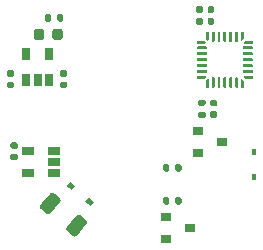
<source format=gtp>
%TF.GenerationSoftware,KiCad,Pcbnew,(5.1.8)-1*%
%TF.CreationDate,2021-07-18T18:57:16+02:00*%
%TF.ProjectId,PX12_Board,50583132-5f42-46f6-9172-642e6b696361,V1.0*%
%TF.SameCoordinates,Original*%
%TF.FileFunction,Paste,Top*%
%TF.FilePolarity,Positive*%
%FSLAX46Y46*%
G04 Gerber Fmt 4.6, Leading zero omitted, Abs format (unit mm)*
G04 Created by KiCad (PCBNEW (5.1.8)-1) date 2021-07-18 18:57:16*
%MOMM*%
%LPD*%
G01*
G04 APERTURE LIST*
%ADD10R,0.650000X1.060000*%
%ADD11R,0.900000X0.800000*%
%ADD12R,1.060000X0.650000*%
%ADD13C,0.100000*%
%ADD14R,0.450000X0.600000*%
G04 APERTURE END LIST*
D10*
%TO.C,U1*%
X165450000Y-94800000D03*
X167350000Y-94800000D03*
X167350000Y-97000000D03*
X166400000Y-97000000D03*
X165450000Y-97000000D03*
%TD*%
%TO.C,D3*%
G36*
G01*
X166075000Y-93356250D02*
X166075000Y-92843750D01*
G75*
G02*
X166293750Y-92625000I218750J0D01*
G01*
X166731250Y-92625000D01*
G75*
G02*
X166950000Y-92843750I0J-218750D01*
G01*
X166950000Y-93356250D01*
G75*
G02*
X166731250Y-93575000I-218750J0D01*
G01*
X166293750Y-93575000D01*
G75*
G02*
X166075000Y-93356250I0J218750D01*
G01*
G37*
G36*
G01*
X167650000Y-93356250D02*
X167650000Y-92843750D01*
G75*
G02*
X167868750Y-92625000I218750J0D01*
G01*
X168306250Y-92625000D01*
G75*
G02*
X168525000Y-92843750I0J-218750D01*
G01*
X168525000Y-93356250D01*
G75*
G02*
X168306250Y-93575000I-218750J0D01*
G01*
X167868750Y-93575000D01*
G75*
G02*
X167650000Y-93356250I0J218750D01*
G01*
G37*
%TD*%
D11*
%TO.C,Q1*%
X182000000Y-102200000D03*
X180000000Y-103150000D03*
X180000000Y-101250000D03*
%TD*%
%TO.C,Q2*%
X177300000Y-108550000D03*
X177300000Y-110450000D03*
X179300000Y-109500000D03*
%TD*%
%TO.C,R2*%
G36*
G01*
X170532644Y-109182788D02*
X169729156Y-110140348D01*
G75*
G02*
X169376952Y-110171162I-191509J160695D01*
G01*
X168898170Y-109769416D01*
G75*
G02*
X168867356Y-109417212I160695J191509D01*
G01*
X169670844Y-108459652D01*
G75*
G02*
X170023048Y-108428838I191509J-160695D01*
G01*
X170501830Y-108830584D01*
G75*
G02*
X170532644Y-109182788I-160695J-191509D01*
G01*
G37*
G36*
G01*
X168291964Y-107302634D02*
X167488476Y-108260194D01*
G75*
G02*
X167136272Y-108291008I-191509J160695D01*
G01*
X166657490Y-107889262D01*
G75*
G02*
X166626676Y-107537058I160695J191509D01*
G01*
X167430164Y-106579498D01*
G75*
G02*
X167782368Y-106548684I191509J-160695D01*
G01*
X168261150Y-106950430D01*
G75*
G02*
X168291964Y-107302634I-160695J-191509D01*
G01*
G37*
%TD*%
D12*
%TO.C,U2*%
X167800000Y-104850000D03*
X167800000Y-103900000D03*
X167800000Y-102950000D03*
X165600000Y-102950000D03*
X165600000Y-104850000D03*
%TD*%
D13*
%TO.C,U3*%
G36*
X180625865Y-97039861D02*
G01*
X180628425Y-97031419D01*
X180632584Y-97023639D01*
X180638180Y-97016820D01*
X180771820Y-96883180D01*
X180778639Y-96877584D01*
X180786419Y-96873425D01*
X180794861Y-96870865D01*
X180803640Y-96870000D01*
X180830000Y-96870000D01*
X180838779Y-96870865D01*
X180847221Y-96873425D01*
X180855001Y-96877584D01*
X180861820Y-96883180D01*
X180867416Y-96889999D01*
X180871575Y-96897779D01*
X180874135Y-96906221D01*
X180875000Y-96915000D01*
X180875000Y-97580000D01*
X180874135Y-97588779D01*
X180871575Y-97597221D01*
X180867416Y-97605001D01*
X180861820Y-97611820D01*
X180855001Y-97617416D01*
X180847221Y-97621575D01*
X180838779Y-97624135D01*
X180830000Y-97625000D01*
X180670000Y-97625000D01*
X180661221Y-97624135D01*
X180652779Y-97621575D01*
X180644999Y-97617416D01*
X180638180Y-97611820D01*
X180632584Y-97605001D01*
X180628425Y-97597221D01*
X180625865Y-97588779D01*
X180625000Y-97580000D01*
X180625000Y-97048640D01*
X180625865Y-97039861D01*
G37*
G36*
G01*
X181312500Y-97625000D02*
X181187500Y-97625000D01*
G75*
G02*
X181125000Y-97562500I0J62500D01*
G01*
X181125000Y-96812500D01*
G75*
G02*
X181187500Y-96750000I62500J0D01*
G01*
X181312500Y-96750000D01*
G75*
G02*
X181375000Y-96812500I0J-62500D01*
G01*
X181375000Y-97562500D01*
G75*
G02*
X181312500Y-97625000I-62500J0D01*
G01*
G37*
G36*
G01*
X181812500Y-97625000D02*
X181687500Y-97625000D01*
G75*
G02*
X181625000Y-97562500I0J62500D01*
G01*
X181625000Y-96812500D01*
G75*
G02*
X181687500Y-96750000I62500J0D01*
G01*
X181812500Y-96750000D01*
G75*
G02*
X181875000Y-96812500I0J-62500D01*
G01*
X181875000Y-97562500D01*
G75*
G02*
X181812500Y-97625000I-62500J0D01*
G01*
G37*
G36*
G01*
X182312500Y-97625000D02*
X182187500Y-97625000D01*
G75*
G02*
X182125000Y-97562500I0J62500D01*
G01*
X182125000Y-96812500D01*
G75*
G02*
X182187500Y-96750000I62500J0D01*
G01*
X182312500Y-96750000D01*
G75*
G02*
X182375000Y-96812500I0J-62500D01*
G01*
X182375000Y-97562500D01*
G75*
G02*
X182312500Y-97625000I-62500J0D01*
G01*
G37*
G36*
G01*
X182812500Y-97625000D02*
X182687500Y-97625000D01*
G75*
G02*
X182625000Y-97562500I0J62500D01*
G01*
X182625000Y-96812500D01*
G75*
G02*
X182687500Y-96750000I62500J0D01*
G01*
X182812500Y-96750000D01*
G75*
G02*
X182875000Y-96812500I0J-62500D01*
G01*
X182875000Y-97562500D01*
G75*
G02*
X182812500Y-97625000I-62500J0D01*
G01*
G37*
G36*
G01*
X183312500Y-97625000D02*
X183187500Y-97625000D01*
G75*
G02*
X183125000Y-97562500I0J62500D01*
G01*
X183125000Y-96812500D01*
G75*
G02*
X183187500Y-96750000I62500J0D01*
G01*
X183312500Y-96750000D01*
G75*
G02*
X183375000Y-96812500I0J-62500D01*
G01*
X183375000Y-97562500D01*
G75*
G02*
X183312500Y-97625000I-62500J0D01*
G01*
G37*
G36*
X183625865Y-96906221D02*
G01*
X183628425Y-96897779D01*
X183632584Y-96889999D01*
X183638180Y-96883180D01*
X183644999Y-96877584D01*
X183652779Y-96873425D01*
X183661221Y-96870865D01*
X183670000Y-96870000D01*
X183696360Y-96870000D01*
X183705139Y-96870865D01*
X183713581Y-96873425D01*
X183721361Y-96877584D01*
X183728180Y-96883180D01*
X183861820Y-97016820D01*
X183867416Y-97023639D01*
X183871575Y-97031419D01*
X183874135Y-97039861D01*
X183875000Y-97048640D01*
X183875000Y-97580000D01*
X183874135Y-97588779D01*
X183871575Y-97597221D01*
X183867416Y-97605001D01*
X183861820Y-97611820D01*
X183855001Y-97617416D01*
X183847221Y-97621575D01*
X183838779Y-97624135D01*
X183830000Y-97625000D01*
X183670000Y-97625000D01*
X183661221Y-97624135D01*
X183652779Y-97621575D01*
X183644999Y-97617416D01*
X183638180Y-97611820D01*
X183632584Y-97605001D01*
X183628425Y-97597221D01*
X183625865Y-97588779D01*
X183625000Y-97580000D01*
X183625000Y-96915000D01*
X183625865Y-96906221D01*
G37*
G36*
X183870865Y-96661221D02*
G01*
X183873425Y-96652779D01*
X183877584Y-96644999D01*
X183883180Y-96638180D01*
X183889999Y-96632584D01*
X183897779Y-96628425D01*
X183906221Y-96625865D01*
X183915000Y-96625000D01*
X184580000Y-96625000D01*
X184588779Y-96625865D01*
X184597221Y-96628425D01*
X184605001Y-96632584D01*
X184611820Y-96638180D01*
X184617416Y-96644999D01*
X184621575Y-96652779D01*
X184624135Y-96661221D01*
X184625000Y-96670000D01*
X184625000Y-96830000D01*
X184624135Y-96838779D01*
X184621575Y-96847221D01*
X184617416Y-96855001D01*
X184611820Y-96861820D01*
X184605001Y-96867416D01*
X184597221Y-96871575D01*
X184588779Y-96874135D01*
X184580000Y-96875000D01*
X184048640Y-96875000D01*
X184039861Y-96874135D01*
X184031419Y-96871575D01*
X184023639Y-96867416D01*
X184016820Y-96861820D01*
X183883180Y-96728180D01*
X183877584Y-96721361D01*
X183873425Y-96713581D01*
X183870865Y-96705139D01*
X183870000Y-96696360D01*
X183870000Y-96670000D01*
X183870865Y-96661221D01*
G37*
G36*
G01*
X184562500Y-96375000D02*
X183812500Y-96375000D01*
G75*
G02*
X183750000Y-96312500I0J62500D01*
G01*
X183750000Y-96187500D01*
G75*
G02*
X183812500Y-96125000I62500J0D01*
G01*
X184562500Y-96125000D01*
G75*
G02*
X184625000Y-96187500I0J-62500D01*
G01*
X184625000Y-96312500D01*
G75*
G02*
X184562500Y-96375000I-62500J0D01*
G01*
G37*
G36*
G01*
X184562500Y-95875000D02*
X183812500Y-95875000D01*
G75*
G02*
X183750000Y-95812500I0J62500D01*
G01*
X183750000Y-95687500D01*
G75*
G02*
X183812500Y-95625000I62500J0D01*
G01*
X184562500Y-95625000D01*
G75*
G02*
X184625000Y-95687500I0J-62500D01*
G01*
X184625000Y-95812500D01*
G75*
G02*
X184562500Y-95875000I-62500J0D01*
G01*
G37*
G36*
G01*
X184562500Y-95375000D02*
X183812500Y-95375000D01*
G75*
G02*
X183750000Y-95312500I0J62500D01*
G01*
X183750000Y-95187500D01*
G75*
G02*
X183812500Y-95125000I62500J0D01*
G01*
X184562500Y-95125000D01*
G75*
G02*
X184625000Y-95187500I0J-62500D01*
G01*
X184625000Y-95312500D01*
G75*
G02*
X184562500Y-95375000I-62500J0D01*
G01*
G37*
G36*
G01*
X184562500Y-94875000D02*
X183812500Y-94875000D01*
G75*
G02*
X183750000Y-94812500I0J62500D01*
G01*
X183750000Y-94687500D01*
G75*
G02*
X183812500Y-94625000I62500J0D01*
G01*
X184562500Y-94625000D01*
G75*
G02*
X184625000Y-94687500I0J-62500D01*
G01*
X184625000Y-94812500D01*
G75*
G02*
X184562500Y-94875000I-62500J0D01*
G01*
G37*
G36*
G01*
X184562500Y-94375000D02*
X183812500Y-94375000D01*
G75*
G02*
X183750000Y-94312500I0J62500D01*
G01*
X183750000Y-94187500D01*
G75*
G02*
X183812500Y-94125000I62500J0D01*
G01*
X184562500Y-94125000D01*
G75*
G02*
X184625000Y-94187500I0J-62500D01*
G01*
X184625000Y-94312500D01*
G75*
G02*
X184562500Y-94375000I-62500J0D01*
G01*
G37*
G36*
X183870865Y-93794861D02*
G01*
X183873425Y-93786419D01*
X183877584Y-93778639D01*
X183883180Y-93771820D01*
X184016820Y-93638180D01*
X184023639Y-93632584D01*
X184031419Y-93628425D01*
X184039861Y-93625865D01*
X184048640Y-93625000D01*
X184580000Y-93625000D01*
X184588779Y-93625865D01*
X184597221Y-93628425D01*
X184605001Y-93632584D01*
X184611820Y-93638180D01*
X184617416Y-93644999D01*
X184621575Y-93652779D01*
X184624135Y-93661221D01*
X184625000Y-93670000D01*
X184625000Y-93830000D01*
X184624135Y-93838779D01*
X184621575Y-93847221D01*
X184617416Y-93855001D01*
X184611820Y-93861820D01*
X184605001Y-93867416D01*
X184597221Y-93871575D01*
X184588779Y-93874135D01*
X184580000Y-93875000D01*
X183915000Y-93875000D01*
X183906221Y-93874135D01*
X183897779Y-93871575D01*
X183889999Y-93867416D01*
X183883180Y-93861820D01*
X183877584Y-93855001D01*
X183873425Y-93847221D01*
X183870865Y-93838779D01*
X183870000Y-93830000D01*
X183870000Y-93803640D01*
X183870865Y-93794861D01*
G37*
G36*
X183625865Y-92911221D02*
G01*
X183628425Y-92902779D01*
X183632584Y-92894999D01*
X183638180Y-92888180D01*
X183644999Y-92882584D01*
X183652779Y-92878425D01*
X183661221Y-92875865D01*
X183670000Y-92875000D01*
X183830000Y-92875000D01*
X183838779Y-92875865D01*
X183847221Y-92878425D01*
X183855001Y-92882584D01*
X183861820Y-92888180D01*
X183867416Y-92894999D01*
X183871575Y-92902779D01*
X183874135Y-92911221D01*
X183875000Y-92920000D01*
X183875000Y-93451360D01*
X183874135Y-93460139D01*
X183871575Y-93468581D01*
X183867416Y-93476361D01*
X183861820Y-93483180D01*
X183728180Y-93616820D01*
X183721361Y-93622416D01*
X183713581Y-93626575D01*
X183705139Y-93629135D01*
X183696360Y-93630000D01*
X183670000Y-93630000D01*
X183661221Y-93629135D01*
X183652779Y-93626575D01*
X183644999Y-93622416D01*
X183638180Y-93616820D01*
X183632584Y-93610001D01*
X183628425Y-93602221D01*
X183625865Y-93593779D01*
X183625000Y-93585000D01*
X183625000Y-92920000D01*
X183625865Y-92911221D01*
G37*
G36*
G01*
X183312500Y-93750000D02*
X183187500Y-93750000D01*
G75*
G02*
X183125000Y-93687500I0J62500D01*
G01*
X183125000Y-92937500D01*
G75*
G02*
X183187500Y-92875000I62500J0D01*
G01*
X183312500Y-92875000D01*
G75*
G02*
X183375000Y-92937500I0J-62500D01*
G01*
X183375000Y-93687500D01*
G75*
G02*
X183312500Y-93750000I-62500J0D01*
G01*
G37*
G36*
G01*
X182812500Y-93750000D02*
X182687500Y-93750000D01*
G75*
G02*
X182625000Y-93687500I0J62500D01*
G01*
X182625000Y-92937500D01*
G75*
G02*
X182687500Y-92875000I62500J0D01*
G01*
X182812500Y-92875000D01*
G75*
G02*
X182875000Y-92937500I0J-62500D01*
G01*
X182875000Y-93687500D01*
G75*
G02*
X182812500Y-93750000I-62500J0D01*
G01*
G37*
G36*
G01*
X182312500Y-93750000D02*
X182187500Y-93750000D01*
G75*
G02*
X182125000Y-93687500I0J62500D01*
G01*
X182125000Y-92937500D01*
G75*
G02*
X182187500Y-92875000I62500J0D01*
G01*
X182312500Y-92875000D01*
G75*
G02*
X182375000Y-92937500I0J-62500D01*
G01*
X182375000Y-93687500D01*
G75*
G02*
X182312500Y-93750000I-62500J0D01*
G01*
G37*
G36*
G01*
X181812500Y-93750000D02*
X181687500Y-93750000D01*
G75*
G02*
X181625000Y-93687500I0J62500D01*
G01*
X181625000Y-92937500D01*
G75*
G02*
X181687500Y-92875000I62500J0D01*
G01*
X181812500Y-92875000D01*
G75*
G02*
X181875000Y-92937500I0J-62500D01*
G01*
X181875000Y-93687500D01*
G75*
G02*
X181812500Y-93750000I-62500J0D01*
G01*
G37*
G36*
G01*
X181312500Y-93750000D02*
X181187500Y-93750000D01*
G75*
G02*
X181125000Y-93687500I0J62500D01*
G01*
X181125000Y-92937500D01*
G75*
G02*
X181187500Y-92875000I62500J0D01*
G01*
X181312500Y-92875000D01*
G75*
G02*
X181375000Y-92937500I0J-62500D01*
G01*
X181375000Y-93687500D01*
G75*
G02*
X181312500Y-93750000I-62500J0D01*
G01*
G37*
G36*
X180625865Y-92911221D02*
G01*
X180628425Y-92902779D01*
X180632584Y-92894999D01*
X180638180Y-92888180D01*
X180644999Y-92882584D01*
X180652779Y-92878425D01*
X180661221Y-92875865D01*
X180670000Y-92875000D01*
X180830000Y-92875000D01*
X180838779Y-92875865D01*
X180847221Y-92878425D01*
X180855001Y-92882584D01*
X180861820Y-92888180D01*
X180867416Y-92894999D01*
X180871575Y-92902779D01*
X180874135Y-92911221D01*
X180875000Y-92920000D01*
X180875000Y-93585000D01*
X180874135Y-93593779D01*
X180871575Y-93602221D01*
X180867416Y-93610001D01*
X180861820Y-93616820D01*
X180855001Y-93622416D01*
X180847221Y-93626575D01*
X180838779Y-93629135D01*
X180830000Y-93630000D01*
X180803640Y-93630000D01*
X180794861Y-93629135D01*
X180786419Y-93626575D01*
X180778639Y-93622416D01*
X180771820Y-93616820D01*
X180638180Y-93483180D01*
X180632584Y-93476361D01*
X180628425Y-93468581D01*
X180625865Y-93460139D01*
X180625000Y-93451360D01*
X180625000Y-92920000D01*
X180625865Y-92911221D01*
G37*
G36*
X179875865Y-93661221D02*
G01*
X179878425Y-93652779D01*
X179882584Y-93644999D01*
X179888180Y-93638180D01*
X179894999Y-93632584D01*
X179902779Y-93628425D01*
X179911221Y-93625865D01*
X179920000Y-93625000D01*
X180451360Y-93625000D01*
X180460139Y-93625865D01*
X180468581Y-93628425D01*
X180476361Y-93632584D01*
X180483180Y-93638180D01*
X180616820Y-93771820D01*
X180622416Y-93778639D01*
X180626575Y-93786419D01*
X180629135Y-93794861D01*
X180630000Y-93803640D01*
X180630000Y-93830000D01*
X180629135Y-93838779D01*
X180626575Y-93847221D01*
X180622416Y-93855001D01*
X180616820Y-93861820D01*
X180610001Y-93867416D01*
X180602221Y-93871575D01*
X180593779Y-93874135D01*
X180585000Y-93875000D01*
X179920000Y-93875000D01*
X179911221Y-93874135D01*
X179902779Y-93871575D01*
X179894999Y-93867416D01*
X179888180Y-93861820D01*
X179882584Y-93855001D01*
X179878425Y-93847221D01*
X179875865Y-93838779D01*
X179875000Y-93830000D01*
X179875000Y-93670000D01*
X179875865Y-93661221D01*
G37*
G36*
G01*
X180687500Y-94375000D02*
X179937500Y-94375000D01*
G75*
G02*
X179875000Y-94312500I0J62500D01*
G01*
X179875000Y-94187500D01*
G75*
G02*
X179937500Y-94125000I62500J0D01*
G01*
X180687500Y-94125000D01*
G75*
G02*
X180750000Y-94187500I0J-62500D01*
G01*
X180750000Y-94312500D01*
G75*
G02*
X180687500Y-94375000I-62500J0D01*
G01*
G37*
G36*
G01*
X180687500Y-94875000D02*
X179937500Y-94875000D01*
G75*
G02*
X179875000Y-94812500I0J62500D01*
G01*
X179875000Y-94687500D01*
G75*
G02*
X179937500Y-94625000I62500J0D01*
G01*
X180687500Y-94625000D01*
G75*
G02*
X180750000Y-94687500I0J-62500D01*
G01*
X180750000Y-94812500D01*
G75*
G02*
X180687500Y-94875000I-62500J0D01*
G01*
G37*
G36*
G01*
X180687500Y-95375000D02*
X179937500Y-95375000D01*
G75*
G02*
X179875000Y-95312500I0J62500D01*
G01*
X179875000Y-95187500D01*
G75*
G02*
X179937500Y-95125000I62500J0D01*
G01*
X180687500Y-95125000D01*
G75*
G02*
X180750000Y-95187500I0J-62500D01*
G01*
X180750000Y-95312500D01*
G75*
G02*
X180687500Y-95375000I-62500J0D01*
G01*
G37*
G36*
G01*
X180687500Y-95875000D02*
X179937500Y-95875000D01*
G75*
G02*
X179875000Y-95812500I0J62500D01*
G01*
X179875000Y-95687500D01*
G75*
G02*
X179937500Y-95625000I62500J0D01*
G01*
X180687500Y-95625000D01*
G75*
G02*
X180750000Y-95687500I0J-62500D01*
G01*
X180750000Y-95812500D01*
G75*
G02*
X180687500Y-95875000I-62500J0D01*
G01*
G37*
G36*
G01*
X180687500Y-96375000D02*
X179937500Y-96375000D01*
G75*
G02*
X179875000Y-96312500I0J62500D01*
G01*
X179875000Y-96187500D01*
G75*
G02*
X179937500Y-96125000I62500J0D01*
G01*
X180687500Y-96125000D01*
G75*
G02*
X180750000Y-96187500I0J-62500D01*
G01*
X180750000Y-96312500D01*
G75*
G02*
X180687500Y-96375000I-62500J0D01*
G01*
G37*
G36*
X179875865Y-96661221D02*
G01*
X179878425Y-96652779D01*
X179882584Y-96644999D01*
X179888180Y-96638180D01*
X179894999Y-96632584D01*
X179902779Y-96628425D01*
X179911221Y-96625865D01*
X179920000Y-96625000D01*
X180585000Y-96625000D01*
X180593779Y-96625865D01*
X180602221Y-96628425D01*
X180610001Y-96632584D01*
X180616820Y-96638180D01*
X180622416Y-96644999D01*
X180626575Y-96652779D01*
X180629135Y-96661221D01*
X180630000Y-96670000D01*
X180630000Y-96696360D01*
X180629135Y-96705139D01*
X180626575Y-96713581D01*
X180622416Y-96721361D01*
X180616820Y-96728180D01*
X180483180Y-96861820D01*
X180476361Y-96867416D01*
X180468581Y-96871575D01*
X180460139Y-96874135D01*
X180451360Y-96875000D01*
X179920000Y-96875000D01*
X179911221Y-96874135D01*
X179902779Y-96871575D01*
X179894999Y-96867416D01*
X179888180Y-96861820D01*
X179882584Y-96855001D01*
X179878425Y-96847221D01*
X179875865Y-96838779D01*
X179875000Y-96830000D01*
X179875000Y-96670000D01*
X179875865Y-96661221D01*
G37*
%TD*%
%TO.C,C1*%
G36*
G01*
X180380000Y-90830000D02*
X180380000Y-91170000D01*
G75*
G02*
X180240000Y-91310000I-140000J0D01*
G01*
X179960000Y-91310000D01*
G75*
G02*
X179820000Y-91170000I0J140000D01*
G01*
X179820000Y-90830000D01*
G75*
G02*
X179960000Y-90690000I140000J0D01*
G01*
X180240000Y-90690000D01*
G75*
G02*
X180380000Y-90830000I0J-140000D01*
G01*
G37*
G36*
G01*
X181340000Y-90830000D02*
X181340000Y-91170000D01*
G75*
G02*
X181200000Y-91310000I-140000J0D01*
G01*
X180920000Y-91310000D01*
G75*
G02*
X180780000Y-91170000I0J140000D01*
G01*
X180780000Y-90830000D01*
G75*
G02*
X180920000Y-90690000I140000J0D01*
G01*
X181200000Y-90690000D01*
G75*
G02*
X181340000Y-90830000I0J-140000D01*
G01*
G37*
%TD*%
%TO.C,C2*%
G36*
G01*
X164570000Y-103760000D02*
X164230000Y-103760000D01*
G75*
G02*
X164090000Y-103620000I0J140000D01*
G01*
X164090000Y-103340000D01*
G75*
G02*
X164230000Y-103200000I140000J0D01*
G01*
X164570000Y-103200000D01*
G75*
G02*
X164710000Y-103340000I0J-140000D01*
G01*
X164710000Y-103620000D01*
G75*
G02*
X164570000Y-103760000I-140000J0D01*
G01*
G37*
G36*
G01*
X164570000Y-102800000D02*
X164230000Y-102800000D01*
G75*
G02*
X164090000Y-102660000I0J140000D01*
G01*
X164090000Y-102380000D01*
G75*
G02*
X164230000Y-102240000I140000J0D01*
G01*
X164570000Y-102240000D01*
G75*
G02*
X164710000Y-102380000I0J-140000D01*
G01*
X164710000Y-102660000D01*
G75*
G02*
X164570000Y-102800000I-140000J0D01*
G01*
G37*
%TD*%
%TO.C,C3*%
G36*
G01*
X180380000Y-91830000D02*
X180380000Y-92170000D01*
G75*
G02*
X180240000Y-92310000I-140000J0D01*
G01*
X179960000Y-92310000D01*
G75*
G02*
X179820000Y-92170000I0J140000D01*
G01*
X179820000Y-91830000D01*
G75*
G02*
X179960000Y-91690000I140000J0D01*
G01*
X180240000Y-91690000D01*
G75*
G02*
X180380000Y-91830000I0J-140000D01*
G01*
G37*
G36*
G01*
X181340000Y-91830000D02*
X181340000Y-92170000D01*
G75*
G02*
X181200000Y-92310000I-140000J0D01*
G01*
X180920000Y-92310000D01*
G75*
G02*
X180780000Y-92170000I0J140000D01*
G01*
X180780000Y-91830000D01*
G75*
G02*
X180920000Y-91690000I140000J0D01*
G01*
X181200000Y-91690000D01*
G75*
G02*
X181340000Y-91830000I0J-140000D01*
G01*
G37*
%TD*%
%TO.C,C5*%
G36*
G01*
X168770000Y-97660000D02*
X168430000Y-97660000D01*
G75*
G02*
X168290000Y-97520000I0J140000D01*
G01*
X168290000Y-97240000D01*
G75*
G02*
X168430000Y-97100000I140000J0D01*
G01*
X168770000Y-97100000D01*
G75*
G02*
X168910000Y-97240000I0J-140000D01*
G01*
X168910000Y-97520000D01*
G75*
G02*
X168770000Y-97660000I-140000J0D01*
G01*
G37*
G36*
G01*
X168770000Y-96700000D02*
X168430000Y-96700000D01*
G75*
G02*
X168290000Y-96560000I0J140000D01*
G01*
X168290000Y-96280000D01*
G75*
G02*
X168430000Y-96140000I140000J0D01*
G01*
X168770000Y-96140000D01*
G75*
G02*
X168910000Y-96280000I0J-140000D01*
G01*
X168910000Y-96560000D01*
G75*
G02*
X168770000Y-96700000I-140000J0D01*
G01*
G37*
%TD*%
%TO.C,C6*%
G36*
G01*
X163930000Y-97100000D02*
X164270000Y-97100000D01*
G75*
G02*
X164410000Y-97240000I0J-140000D01*
G01*
X164410000Y-97520000D01*
G75*
G02*
X164270000Y-97660000I-140000J0D01*
G01*
X163930000Y-97660000D01*
G75*
G02*
X163790000Y-97520000I0J140000D01*
G01*
X163790000Y-97240000D01*
G75*
G02*
X163930000Y-97100000I140000J0D01*
G01*
G37*
G36*
G01*
X163930000Y-96140000D02*
X164270000Y-96140000D01*
G75*
G02*
X164410000Y-96280000I0J-140000D01*
G01*
X164410000Y-96560000D01*
G75*
G02*
X164270000Y-96700000I-140000J0D01*
G01*
X163930000Y-96700000D01*
G75*
G02*
X163790000Y-96560000I0J140000D01*
G01*
X163790000Y-96280000D01*
G75*
G02*
X163930000Y-96140000I140000J0D01*
G01*
G37*
%TD*%
%TO.C,C7*%
G36*
G01*
X181130000Y-98640000D02*
X181470000Y-98640000D01*
G75*
G02*
X181610000Y-98780000I0J-140000D01*
G01*
X181610000Y-99060000D01*
G75*
G02*
X181470000Y-99200000I-140000J0D01*
G01*
X181130000Y-99200000D01*
G75*
G02*
X180990000Y-99060000I0J140000D01*
G01*
X180990000Y-98780000D01*
G75*
G02*
X181130000Y-98640000I140000J0D01*
G01*
G37*
G36*
G01*
X181130000Y-99600000D02*
X181470000Y-99600000D01*
G75*
G02*
X181610000Y-99740000I0J-140000D01*
G01*
X181610000Y-100020000D01*
G75*
G02*
X181470000Y-100160000I-140000J0D01*
G01*
X181130000Y-100160000D01*
G75*
G02*
X180990000Y-100020000I0J140000D01*
G01*
X180990000Y-99740000D01*
G75*
G02*
X181130000Y-99600000I140000J0D01*
G01*
G37*
%TD*%
%TO.C,D1*%
G36*
X168821212Y-105904597D02*
G01*
X169110467Y-105559877D01*
X169570094Y-105945549D01*
X169280839Y-106290269D01*
X168821212Y-105904597D01*
G37*
G36*
X170429906Y-107254451D02*
G01*
X170719161Y-106909731D01*
X171178788Y-107295403D01*
X170889533Y-107640123D01*
X170429906Y-107254451D01*
G37*
%TD*%
D14*
%TO.C,D2*%
X184700000Y-105150000D03*
X184700000Y-103050000D03*
%TD*%
%TO.C,R1*%
G36*
G01*
X178040000Y-104585000D02*
X178040000Y-104215000D01*
G75*
G02*
X178175000Y-104080000I135000J0D01*
G01*
X178445000Y-104080000D01*
G75*
G02*
X178580000Y-104215000I0J-135000D01*
G01*
X178580000Y-104585000D01*
G75*
G02*
X178445000Y-104720000I-135000J0D01*
G01*
X178175000Y-104720000D01*
G75*
G02*
X178040000Y-104585000I0J135000D01*
G01*
G37*
G36*
G01*
X177020000Y-104585000D02*
X177020000Y-104215000D01*
G75*
G02*
X177155000Y-104080000I135000J0D01*
G01*
X177425000Y-104080000D01*
G75*
G02*
X177560000Y-104215000I0J-135000D01*
G01*
X177560000Y-104585000D01*
G75*
G02*
X177425000Y-104720000I-135000J0D01*
G01*
X177155000Y-104720000D01*
G75*
G02*
X177020000Y-104585000I0J135000D01*
G01*
G37*
%TD*%
%TO.C,R3*%
G36*
G01*
X177020000Y-107385000D02*
X177020000Y-107015000D01*
G75*
G02*
X177155000Y-106880000I135000J0D01*
G01*
X177425000Y-106880000D01*
G75*
G02*
X177560000Y-107015000I0J-135000D01*
G01*
X177560000Y-107385000D01*
G75*
G02*
X177425000Y-107520000I-135000J0D01*
G01*
X177155000Y-107520000D01*
G75*
G02*
X177020000Y-107385000I0J135000D01*
G01*
G37*
G36*
G01*
X178040000Y-107385000D02*
X178040000Y-107015000D01*
G75*
G02*
X178175000Y-106880000I135000J0D01*
G01*
X178445000Y-106880000D01*
G75*
G02*
X178580000Y-107015000I0J-135000D01*
G01*
X178580000Y-107385000D01*
G75*
G02*
X178445000Y-107520000I-135000J0D01*
G01*
X178175000Y-107520000D01*
G75*
G02*
X178040000Y-107385000I0J135000D01*
G01*
G37*
%TD*%
%TO.C,R4*%
G36*
G01*
X167020000Y-91885000D02*
X167020000Y-91515000D01*
G75*
G02*
X167155000Y-91380000I135000J0D01*
G01*
X167425000Y-91380000D01*
G75*
G02*
X167560000Y-91515000I0J-135000D01*
G01*
X167560000Y-91885000D01*
G75*
G02*
X167425000Y-92020000I-135000J0D01*
G01*
X167155000Y-92020000D01*
G75*
G02*
X167020000Y-91885000I0J135000D01*
G01*
G37*
G36*
G01*
X168040000Y-91885000D02*
X168040000Y-91515000D01*
G75*
G02*
X168175000Y-91380000I135000J0D01*
G01*
X168445000Y-91380000D01*
G75*
G02*
X168580000Y-91515000I0J-135000D01*
G01*
X168580000Y-91885000D01*
G75*
G02*
X168445000Y-92020000I-135000J0D01*
G01*
X168175000Y-92020000D01*
G75*
G02*
X168040000Y-91885000I0J135000D01*
G01*
G37*
%TD*%
%TO.C,R5*%
G36*
G01*
X180485000Y-99160000D02*
X180115000Y-99160000D01*
G75*
G02*
X179980000Y-99025000I0J135000D01*
G01*
X179980000Y-98755000D01*
G75*
G02*
X180115000Y-98620000I135000J0D01*
G01*
X180485000Y-98620000D01*
G75*
G02*
X180620000Y-98755000I0J-135000D01*
G01*
X180620000Y-99025000D01*
G75*
G02*
X180485000Y-99160000I-135000J0D01*
G01*
G37*
G36*
G01*
X180485000Y-100180000D02*
X180115000Y-100180000D01*
G75*
G02*
X179980000Y-100045000I0J135000D01*
G01*
X179980000Y-99775000D01*
G75*
G02*
X180115000Y-99640000I135000J0D01*
G01*
X180485000Y-99640000D01*
G75*
G02*
X180620000Y-99775000I0J-135000D01*
G01*
X180620000Y-100045000D01*
G75*
G02*
X180485000Y-100180000I-135000J0D01*
G01*
G37*
%TD*%
M02*

</source>
